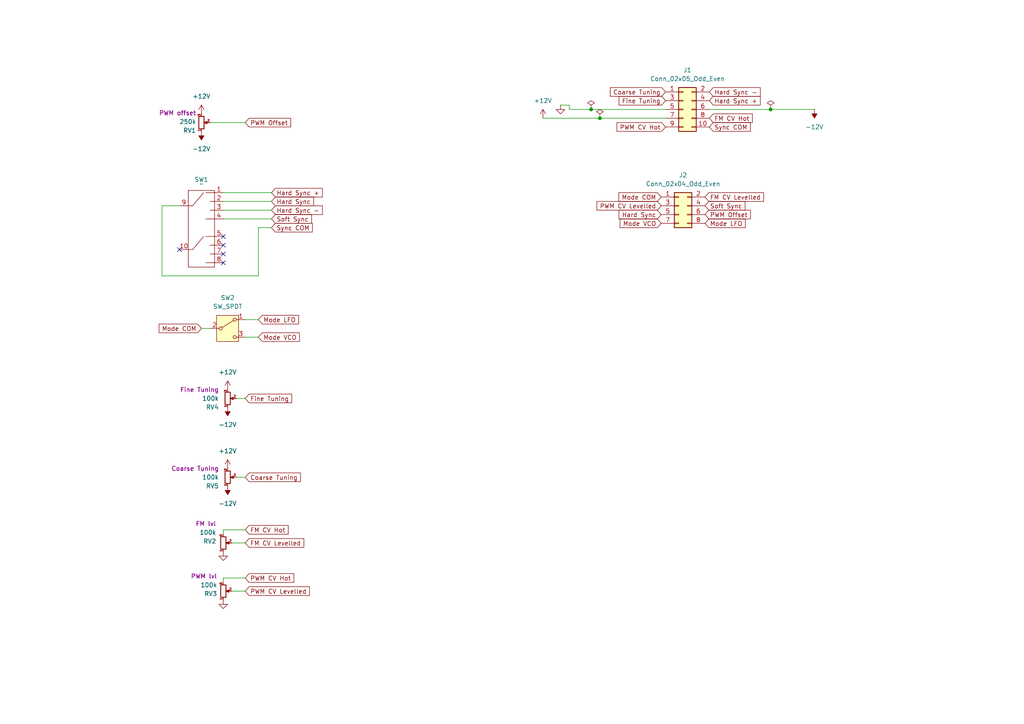
<source format=kicad_sch>
(kicad_sch (version 20250114) (generator "eeschema") (generator_version "9.0")
  (paper "A4")
  (lib_symbols
    (symbol "Connector_Generic:Conn_02x04_Odd_Even" (pin_names (offset 1.016) (hide yes))
      (property "Reference" "J" (at 1.27 5.08 0))
      (property "Value" "Conn_02x04_Odd_Even" (at 1.27 -7.62 0))
      (symbol "Conn_02x04_Odd_Even_1_1"
        (rectangle (start -1.27 3.81) (end 3.81 -6.35) (stroke (width 0.254)) (fill (type background)))
        (rectangle (start -1.27 2.667) (end 0 2.413) (stroke (width 0.1524)))
        (rectangle (start -1.27 0.127) (end 0 -0.127) (stroke (width 0.1524)))
        (rectangle (start -1.27 -2.413) (end 0 -2.667) (stroke (width 0.1524)))
        (rectangle (start -1.27 -4.953) (end 0 -5.207) (stroke (width 0.1524)))
        (rectangle (start 3.81 2.667) (end 2.54 2.413) (stroke (width 0.1524)))
        (rectangle (start 3.81 0.127) (end 2.54 -0.127) (stroke (width 0.1524)))
        (rectangle (start 3.81 -2.413) (end 2.54 -2.667) (stroke (width 0.1524)))
        (rectangle (start 3.81 -4.953) (end 2.54 -5.207) (stroke (width 0.1524)))
        (pin passive line (at -5.08 2.54 0) (length 3.81) (name "Pin_1") (number "1"))
        (pin passive line (at -5.08 0 0) (length 3.81) (name "Pin_3") (number "3"))
        (pin passive line (at -5.08 -2.54 0) (length 3.81) (name "Pin_5") (number "5"))
        (pin passive line (at -5.08 -5.08 0) (length 3.81) (name "Pin_7") (number "7"))
        (pin passive line (at 7.62 2.54 180) (length 3.81) (name "Pin_2") (number "2"))
        (pin passive line (at 7.62 0 180) (length 3.81) (name "Pin_4") (number "4"))
        (pin passive line (at 7.62 -2.54 180) (length 3.81) (name "Pin_6") (number "6"))
        (pin passive line (at 7.62 -5.08 180) (length 3.81) (name "Pin_8") (number "8"))
      )
    )
    (symbol "Connector_Generic:Conn_02x05_Odd_Even" (pin_names (offset 1.016) (hide yes))
      (property "Reference" "J" (at 1.27 7.62 0))
      (property "Value" "Conn_02x05_Odd_Even" (at 1.27 -7.62 0))
      (symbol "Conn_02x05_Odd_Even_1_1"
        (rectangle (start -1.27 6.35) (end 3.81 -6.35) (stroke (width 0.254)) (fill (type background)))
        (rectangle (start -1.27 5.207) (end 0 4.953) (stroke (width 0.1524)))
        (rectangle (start -1.27 2.667) (end 0 2.413) (stroke (width 0.1524)))
        (rectangle (start -1.27 0.127) (end 0 -0.127) (stroke (width 0.1524)))
        (rectangle (start -1.27 -2.413) (end 0 -2.667) (stroke (width 0.1524)))
        (rectangle (start -1.27 -4.953) (end 0 -5.207) (stroke (width 0.1524)))
        (rectangle (start 3.81 5.207) (end 2.54 4.953) (stroke (width 0.1524)))
        (rectangle (start 3.81 2.667) (end 2.54 2.413) (stroke (width 0.1524)))
        (rectangle (start 3.81 0.127) (end 2.54 -0.127) (stroke (width 0.1524)))
        (rectangle (start 3.81 -2.413) (end 2.54 -2.667) (stroke (width 0.1524)))
        (rectangle (start 3.81 -4.953) (end 2.54 -5.207) (stroke (width 0.1524)))
        (pin passive line (at -5.08 5.08 0) (length 3.81) (name "Pin_1") (number "1"))
        (pin passive line (at -5.08 2.54 0) (length 3.81) (name "Pin_3") (number "3"))
        (pin passive line (at -5.08 0 0) (length 3.81) (name "Pin_5") (number "5"))
        (pin passive line (at -5.08 -2.54 0) (length 3.81) (name "Pin_7") (number "7"))
        (pin passive line (at -5.08 -5.08 0) (length 3.81) (name "Pin_9") (number "9"))
        (pin passive line (at 7.62 5.08 180) (length 3.81) (name "Pin_2") (number "2"))
        (pin passive line (at 7.62 2.54 180) (length 3.81) (name "Pin_4") (number "4"))
        (pin passive line (at 7.62 0 180) (length 3.81) (name "Pin_6") (number "6"))
        (pin passive line (at 7.62 -2.54 180) (length 3.81) (name "Pin_8") (number "8"))
        (pin passive line (at 7.62 -5.08 180) (length 3.81) (name "Pin_10") (number "10"))
      )
    )
    (symbol "Device:R_Potentiometer_Small" (pin_names (offset 1.016) (hide yes))
      (property "Reference" "RV" (at -4.445 0 90))
      (property "Value" "R_Potentiometer_Small" (at -2.54 0 90))
      (symbol "R_Potentiometer_Small_0_1"
        (rectangle (start 0.762 1.8034) (end -0.762 -1.8034) (stroke (width 0.254)))
        (polyline (pts (xy 0.889 0) (xy 0.635 0) (xy 1.651 0.381) (xy 1.651 -0.381) (xy 0.635 0) (xy 0.889 0)) (fill (type outline)))
      )
      (symbol "R_Potentiometer_Small_1_1"
        (pin passive line (at 0 2.54 270) (length 0.635) (name "1") (number "1"))
        (pin passive line (at 0 -2.54 90) (length 0.635) (name "3") (number "3"))
        (pin passive line (at 2.54 0 180) (length 0.9906) (name "2") (number "2"))
      )
    )
    (symbol "Switch:SW_SPDT" (pin_names (offset 0) (hide yes))
      (property "Reference" "SW" (at 0 5.08 0))
      (property "Value" "SW_SPDT" (at 0 -5.08 0))
      (symbol "SW_SPDT_0_1"
        (circle (center -2.032 0) (radius 0.4572))
        (polyline (pts (xy -1.651 0.254) (xy 1.651 2.286)))
        (circle (center 2.032 2.54) (radius 0.4572))
        (circle (center 2.032 -2.54) (radius 0.4572))
      )
      (symbol "SW_SPDT_1_1"
        (rectangle (start -3.175 3.81) (end 3.175 -3.81) (fill (type background)))
        (pin passive line (at -5.08 0 0) (length 2.54) (name "B") (number "2"))
        (pin passive line (at 5.08 2.54 180) (length 2.54) (name "A") (number "1"))
        (pin passive line (at 5.08 -2.54 180) (length 2.54) (name "C") (number "3"))
      )
    )
    (symbol "cynthia:mini_rotary_switch" (pin_names (offset 0))
      (property "Reference" "SW" (at 0 -4.318 0))
      (symbol "mini_rotary_switch_0_1"
        (rectangle (start -3.81 6.985) (end 3.81 -15.24))
        (polyline (pts (xy -3.81 2.54) (xy -2.54 2.54)))
        (polyline (pts (xy -3.81 -10.16) (xy -2.54 -10.16)))
        (polyline (pts (xy -2.54 2.54) (xy 0.635 6.35)))
        (polyline (pts (xy -2.54 -10.16) (xy 0.635 -6.35)))
        (polyline (pts (xy 3.81 6.35) (xy 1.27 6.35)))
        (polyline (pts (xy 3.81 3.81) (xy 2.54 3.81)))
        (polyline (pts (xy 3.81 1.27) (xy 2.54 1.27)))
        (polyline (pts (xy 3.81 -1.27) (xy 1.27 -1.27)))
        (polyline (pts (xy 3.81 -6.35) (xy 1.27 -6.35)))
        (polyline (pts (xy 3.81 -8.89) (xy 2.54 -8.89)))
        (polyline (pts (xy 3.81 -11.43) (xy 2.54 -11.43)))
        (polyline (pts (xy 3.81 -13.97) (xy 1.27 -13.97)))
      )
      (symbol "mini_rotary_switch_1_1"
        (pin input line (at -6.35 2.54 0) (length 2.54) (name "") (number "9"))
        (pin input line (at -6.35 -10.16 0) (length 2.54) (name "") (number "10"))
        (pin output line (at 6.35 6.35 180) (length 2.54) (name "") (number "1"))
        (pin output line (at 6.35 3.81 180) (length 2.54) (name "") (number "2"))
        (pin output line (at 6.35 1.27 180) (length 2.54) (name "") (number "3"))
        (pin output line (at 6.35 -1.27 180) (length 2.54) (name "") (number "4"))
        (pin output line (at 6.35 -6.35 180) (length 2.54) (name "") (number "5"))
        (pin output line (at 6.35 -8.89 180) (length 2.54) (name "") (number "6"))
        (pin output line (at 6.35 -11.43 180) (length 2.54) (name "") (number "7"))
        (pin output line (at 6.35 -13.97 180) (length 2.54) (name "") (number "8"))
      )
    )
    (symbol "power:+12V" (power) (pin_numbers (hide yes)) (pin_names (offset 0) (hide yes))
      (property "Value" "+12V" (at 0 3.556 0))
      (symbol "+12V_0_1"
        (polyline (pts (xy -0.762 1.27) (xy 0 2.54)))
        (polyline (pts (xy 0 2.54) (xy 0.762 1.27)))
        (polyline (pts (xy 0 0) (xy 0 2.54)))
      )
      (symbol "+12V_1_1"
        (pin power_in line (at 0 0 90) (length 0) (name "~") (number "1"))
      )
    )
    (symbol "power:-12V" (power) (pin_numbers (hide yes)) (pin_names (offset 0) (hide yes))
      (property "Value" "-12V" (at 0 3.556 0))
      (symbol "-12V_0_0"
        (pin power_in line (at 0 0 90) (length 0) (name "~") (number "1"))
      )
      (symbol "-12V_0_1"
        (polyline (pts (xy 0 0) (xy 0 1.27) (xy 0.762 1.27) (xy 0 2.54) (xy -0.762 1.27) (xy 0 1.27)) (fill (type outline)))
      )
    )
    (symbol "power:GND" (power) (pin_numbers (hide yes)) (pin_names (offset 0) (hide yes))
      (property "Value" "GND" (at 0 -3.81 0))
      (symbol "GND_0_1"
        (polyline (pts (xy 0 0) (xy 0 -1.27) (xy 1.27 -1.27) (xy 0 -2.54) (xy -1.27 -1.27) (xy 0 -1.27)))
      )
      (symbol "GND_1_1"
        (pin power_in line (at 0 0 270) (length 0) (name "~") (number "1"))
      )
    )
    (symbol "power:PWR_FLAG" (power) (pin_numbers (hide yes)) (pin_names (offset 0) (hide yes))
      (property "Value" "PWR_FLAG" (at 0 3.81 0))
      (symbol "PWR_FLAG_0_0"
        (pin power_out line (at 0 0 90) (length 0) (name "~") (number "1"))
      )
      (symbol "PWR_FLAG_0_1"
        (polyline (pts (xy 0 0) (xy 0 1.27) (xy -1.016 1.905) (xy 0 2.54) (xy 1.016 1.905) (xy 0 1.27)))
      )
    )
  )
  (junction (at 171.45 31.75))
  (junction (at 223.52 31.75))
  (junction (at 173.99 34.29))
  (no_connect (at 64.77 76.2))
  (no_connect (at 64.77 73.66))
  (no_connect (at 64.77 71.12))
  (no_connect (at 64.77 68.58))
  (no_connect (at 52.07 72.39))
  (wire (pts (xy 46.99 59.69) (xy 52.07 59.69)))
  (wire (pts (xy 64.77 153.67) (xy 71.12 153.67)))
  (wire (pts (xy 165.1 31.75) (xy 171.45 31.75)))
  (wire (pts (xy 60.96 35.56) (xy 71.12 35.56)))
  (wire (pts (xy 205.74 31.75) (xy 223.52 31.75)))
  (wire (pts (xy 74.93 80.01) (xy 46.99 80.01)))
  (wire (pts (xy 74.93 66.04) (xy 74.93 80.01)))
  (wire (pts (xy 193.04 31.75) (xy 171.45 31.75)))
  (wire (pts (xy 64.77 167.64) (xy 64.77 168.91)))
  (wire (pts (xy 74.93 97.79) (xy 71.12 97.79)))
  (wire (pts (xy 67.31 171.45) (xy 71.12 171.45)))
  (wire (pts (xy 157.48 34.29) (xy 173.99 34.29)))
  (wire (pts (xy 64.77 63.5) (xy 78.74 63.5)))
  (wire (pts (xy 165.1 30.48) (xy 162.56 30.48)))
  (wire (pts (xy 68.58 138.43) (xy 71.12 138.43)))
  (wire (pts (xy 64.77 60.96) (xy 78.74 60.96)))
  (wire (pts (xy 67.31 157.48) (xy 71.12 157.48)))
  (wire (pts (xy 64.77 153.67) (xy 64.77 154.94)))
  (wire (pts (xy 64.77 58.42) (xy 78.74 58.42)))
  (wire (pts (xy 46.99 80.01) (xy 46.99 59.69)))
  (wire (pts (xy 74.93 66.04) (xy 78.74 66.04)))
  (wire (pts (xy 223.52 31.75) (xy 236.22 31.75)))
  (wire (pts (xy 193.04 34.29) (xy 173.99 34.29)))
  (wire (pts (xy 64.77 55.88) (xy 78.74 55.88)))
  (wire (pts (xy 165.1 30.48) (xy 165.1 31.75)))
  (wire (pts (xy 68.58 115.57) (xy 71.12 115.57)))
  (wire (pts (xy 64.77 167.64) (xy 71.12 167.64)))
  (wire (pts (xy 60.96 95.25) (xy 58.42 95.25)))
  (wire (pts (xy 74.93 92.71) (xy 71.12 92.71)))
  (global_label "Coarse Tuning" (shape input) (at 71.12 138.43 0) (property "Intersheetrefs" "${INTERSHEET_REFS}" (effects (hide yes))))
  (global_label "Mode VCO" (shape input) (at 191.77 64.77 180) (property "Intersheetrefs" "${INTERSHEET_REFS}" (effects (hide yes))))
  (global_label "Hard Sync" (shape input) (at 78.74 58.42 0) (property "Intersheetrefs" "${INTERSHEET_REFS}" (effects (hide yes))))
  (global_label "PWM CV Hot" (shape input) (at 193.04 36.83 180) (property "Intersheetrefs" "${INTERSHEET_REFS}" (effects (hide yes))))
  (global_label "PWM CV Levelled" (shape input) (at 191.77 59.69 180) (property "Intersheetrefs" "${INTERSHEET_REFS}" (effects (hide yes))))
  (global_label "PWM CV Hot" (shape input) (at 71.12 167.64 0) (property "Intersheetrefs" "${INTERSHEET_REFS}" (effects (hide yes))))
  (global_label "Mode COM" (shape input) (at 58.42 95.25 180) (property "Intersheetrefs" "${INTERSHEET_REFS}" (effects (hide yes))))
  (global_label "Fine Tuning" (shape input) (at 193.04 29.21 180) (property "Intersheetrefs" "${INTERSHEET_REFS}" (effects (hide yes))))
  (global_label "FM CV Hot" (shape input) (at 205.74 34.29 0) (property "Intersheetrefs" "${INTERSHEET_REFS}" (effects (hide yes))))
  (global_label "FM CV Levelled" (shape input) (at 204.47 57.15 0) (property "Intersheetrefs" "${INTERSHEET_REFS}" (effects (hide yes))))
  (global_label "PWM Offset" (shape input) (at 204.47 62.23 0) (property "Intersheetrefs" "${INTERSHEET_REFS}" (effects (hide yes))))
  (global_label "Sync COM" (shape input) (at 205.74 36.83 0) (property "Intersheetrefs" "${INTERSHEET_REFS}" (effects (hide yes))))
  (global_label "Hard Sync -" (shape input) (at 205.74 26.67 0) (property "Intersheetrefs" "${INTERSHEET_REFS}" (effects (hide yes))))
  (global_label "Hard Sync -" (shape input) (at 78.74 60.96 0) (property "Intersheetrefs" "${INTERSHEET_REFS}" (effects (hide yes))))
  (global_label "Sync COM" (shape input) (at 78.74 66.04 0) (property "Intersheetrefs" "${INTERSHEET_REFS}" (effects (hide yes))))
  (global_label "FM CV Levelled" (shape input) (at 71.12 157.48 0) (property "Intersheetrefs" "${INTERSHEET_REFS}" (effects (hide yes))))
  (global_label "FM CV Hot" (shape input) (at 71.12 153.67 0) (property "Intersheetrefs" "${INTERSHEET_REFS}" (effects (hide yes))))
  (global_label "PWM CV Levelled" (shape input) (at 71.12 171.45 0) (property "Intersheetrefs" "${INTERSHEET_REFS}" (effects (hide yes))))
  (global_label "Mode VCO" (shape input) (at 74.93 97.79 0) (property "Intersheetrefs" "${INTERSHEET_REFS}" (effects (hide yes))))
  (global_label "Mode LFO" (shape input) (at 74.93 92.71 0) (property "Intersheetrefs" "${INTERSHEET_REFS}" (effects (hide yes))))
  (global_label "Hard Sync" (shape input) (at 191.77 62.23 180) (property "Intersheetrefs" "${INTERSHEET_REFS}" (effects (hide yes))))
  (global_label "Coarse Tuning" (shape input) (at 193.04 26.67 180) (property "Intersheetrefs" "${INTERSHEET_REFS}" (effects (hide yes))))
  (global_label "Hard Sync +" (shape input) (at 205.74 29.21 0) (property "Intersheetrefs" "${INTERSHEET_REFS}" (effects (hide yes))))
  (global_label "Mode LFO" (shape input) (at 204.47 64.77 0) (property "Intersheetrefs" "${INTERSHEET_REFS}" (effects (hide yes))))
  (global_label "PWM Offset" (shape input) (at 71.12 35.56 0) (property "Intersheetrefs" "${INTERSHEET_REFS}" (effects (hide yes))))
  (global_label "Mode COM" (shape input) (at 191.77 57.15 180) (property "Intersheetrefs" "${INTERSHEET_REFS}" (effects (hide yes))))
  (global_label "Soft Sync" (shape input) (at 78.74 63.5 0) (property "Intersheetrefs" "${INTERSHEET_REFS}" (effects (hide yes))))
  (global_label "Hard Sync +" (shape input) (at 78.74 55.88 0) (property "Intersheetrefs" "${INTERSHEET_REFS}" (effects (hide yes))))
  (global_label "Soft Sync" (shape input) (at 204.47 59.69 0) (property "Intersheetrefs" "${INTERSHEET_REFS}" (effects (hide yes))))
  (global_label "Fine Tuning" (shape input) (at 71.12 115.57 0) (property "Intersheetrefs" "${INTERSHEET_REFS}" (effects (hide yes))))
  (symbol (lib_id "cynthia:mini_rotary_switch") (at 58.42 62.23 0) (unit 1)
    (property "Reference" "SW1" (at 58.42 52.07 0))
    (property "Value" "~" (at 58.42 53.34 0))
    (property "Footprint" "cynthia:mini rotary switch" (effects (hide yes)))
  )
  (symbol (lib_id "Connector_Generic:Conn_02x04_Odd_Even") (at 196.85 59.69 0) (unit 1)
    (property "Reference" "J2" (at 198.12 50.8 0))
    (property "Value" "Conn_02x04_Odd_Even" (at 198.12 53.34 0))
    (property "Footprint" "Connector_PinHeader_2.54mm:PinHeader_2x04_P2.54mm_Vertical" (effects (hide yes)))
    (property "Description" "Header 2" (effects (hide yes)))
  )
  (symbol (lib_id "power:GND") (at 64.77 160.02 0) (unit 1)
    (property "Reference" "#PWR03" (effects (hide yes)))
    (property "Value" "GND" (effects (hide yes)))
    (property "Description" "Power symbol creates a global label with name \"GND\" , ground" (effects (hide yes)))
  )
  (symbol (lib_id "power:PWR_FLAG") (at 171.45 31.75 0) (unit 1)
    (property "Reference" "#FLG02" (effects (hide yes)))
    (property "Value" "PWR_FLAG" (effects (hide yes)))
    (property "Description" "Special symbol for telling ERC where power comes from" (effects (hide yes)))
  )
  (symbol (lib_id "power:GND") (at 162.56 30.48 0) (mirror y) (unit 1)
    (property "Reference" "#PWR010" (effects (hide yes)))
    (property "Value" "GND" (effects (hide yes)))
    (property "Description" "Power symbol creates a global label with name \"GND\" , ground" (effects (hide yes)))
  )
  (symbol (lib_id "power:-12V") (at 66.04 118.11 180) (unit 1)
    (property "Reference" "#PWR06" (effects (hide yes)))
    (property "Value" "-12V" (at 66.04 123.19 0))
    (property "Description" "Power symbol creates a global label with name \"-12V\"" (effects (hide yes)))
  )
  (symbol (lib_id "Device:R_Potentiometer_Small") (at 64.77 157.48 0) (mirror x) (unit 1)
    (property "Reference" "RV2" (at 62.738 156.972 0) (effects (justify right)))
    (property "Value" "100k" (at 62.738 154.432 0) (effects (justify right)))
    (property "Footprint" "Potentiometer_THT:Potentiometer_Alpha_RD901F-40-00D_Single_Vertical_CircularHoles" (effects (hide yes)))
    (property "Description" "FM lvl" (at 62.738 151.892 0) (effects (justify right)))
  )
  (symbol (lib_id "power:+12V") (at 157.48 34.29 0) (mirror y) (unit 1)
    (property "Reference" "#PWR09" (effects (hide yes)))
    (property "Value" "+12V" (at 157.48 29.21 0))
    (property "Description" "Power symbol creates a global label with name \"+12V\"" (effects (hide yes)))
  )
  (symbol (lib_id "Device:R_Potentiometer_Small") (at 66.04 138.43 0) (mirror x) (unit 1)
    (property "Reference" "RV5" (at 63.5 140.9701 0) (effects (justify right)))
    (property "Value" "100k" (at 63.5 138.4301 0) (effects (justify right)))
    (property "Footprint" "Potentiometer_THT:Potentiometer_Alpha_RD901F-40-00D_Single_Vertical_CircularHoles" (effects (hide yes)))
    (property "Description" "Coarse Tuning" (at 63.5 135.8901 0) (effects (justify right)))
  )
  (symbol (lib_id "Switch:SW_SPDT") (at 66.04 95.25 0) (unit 1)
    (property "Reference" "SW2" (at 66.04 86.36 0))
    (property "Value" "SW_SPDT" (at 66.04 88.9 0))
    (property "Footprint" "cynthia:mini switch" (effects (hide yes)))
    (property "Description" "Mode Select" (effects (hide yes)))
  )
  (symbol (lib_id "power:PWR_FLAG") (at 223.52 31.75 0) (mirror y) (unit 1)
    (property "Reference" "#FLG03" (effects (hide yes)))
    (property "Value" "PWR_FLAG" (effects (hide yes)))
    (property "Description" "Special symbol for telling ERC where power comes from" (effects (hide yes)))
  )
  (symbol (lib_id "power:+12V") (at 66.04 113.03 0) (unit 1)
    (property "Reference" "#PWR05" (effects (hide yes)))
    (property "Value" "+12V" (at 66.04 107.95 0))
    (property "Description" "Power symbol creates a global label with name \"+12V\"" (effects (hide yes)))
  )
  (symbol (lib_id "power:-12V") (at 66.04 140.97 180) (unit 1)
    (property "Reference" "#PWR08" (effects (hide yes)))
    (property "Value" "-12V" (at 66.04 146.05 0))
    (property "Description" "Power symbol creates a global label with name \"-12V\"" (effects (hide yes)))
  )
  (symbol (lib_id "power:+12V") (at 58.42 33.02 0) (unit 1)
    (property "Reference" "#PWR01" (effects (hide yes)))
    (property "Value" "+12V" (at 58.42 27.94 0))
    (property "Description" "Power symbol creates a global label with name \"+12V\"" (effects (hide yes)))
  )
  (symbol (lib_id "Device:R_Potentiometer_Small") (at 64.77 171.45 0) (mirror x) (unit 1)
    (property "Reference" "RV3" (at 62.992 172.212 0) (effects (justify right)))
    (property "Value" "100k" (at 62.992 169.672 0) (effects (justify right)))
    (property "Footprint" "Potentiometer_THT:Potentiometer_Alpha_RD901F-40-00D_Single_Vertical_CircularHoles" (effects (hide yes)))
    (property "Description" "PWM lvl" (at 62.992 167.132 0) (effects (justify right)))
  )
  (symbol (lib_id "Device:R_Potentiometer_Small") (at 66.04 115.57 0) (mirror x) (unit 1)
    (property "Reference" "RV4" (at 63.5 118.1101 0) (effects (justify right)))
    (property "Value" "100k" (at 63.5 115.5701 0) (effects (justify right)))
    (property "Footprint" "Potentiometer_THT:Potentiometer_Alpha_RD901F-40-00D_Single_Vertical_CircularHoles" (effects (hide yes)))
    (property "Description" "Fine Tuning" (at 63.5 113.0301 0) (effects (justify right)))
  )
  (symbol (lib_id "Device:R_Potentiometer_Small") (at 58.42 35.56 0) (mirror x) (unit 1)
    (property "Reference" "RV1" (at 56.896 37.846 0) (effects (justify right)))
    (property "Value" "250k" (at 56.896 35.306 0) (effects (justify right)))
    (property "Footprint" "Potentiometer_THT:Potentiometer_Alpha_RD901F-40-00D_Single_Vertical_CircularHoles" (effects (hide yes)))
    (property "Description" "PWM offset" (at 56.896 32.766 0) (effects (justify right)))
  )
  (symbol (lib_id "power:-12V") (at 58.42 38.1 180) (unit 1)
    (property "Reference" "#PWR02" (effects (hide yes)))
    (property "Value" "-12V" (at 58.42 43.18 0))
    (property "Description" "Power symbol creates a global label with name \"-12V\"" (effects (hide yes)))
  )
  (symbol (lib_id "power:GND") (at 64.77 173.99 0) (unit 1)
    (property "Reference" "#PWR04" (effects (hide yes)))
    (property "Value" "GND" (effects (hide yes)))
    (property "Description" "Power symbol creates a global label with name \"GND\" , ground" (effects (hide yes)))
  )
  (symbol (lib_id "Connector_Generic:Conn_02x05_Odd_Even") (at 198.12 31.75 0) (unit 1)
    (property "Reference" "J1" (at 199.39 20.32 0))
    (property "Value" "Conn_02x05_Odd_Even" (at 199.39 22.86 0))
    (property "Footprint" "Connector_PinHeader_2.54mm:PinHeader_2x05_P2.54mm_Vertical" (effects (hide yes)))
    (property "Description" "Header 1" (effects (hide yes)))
  )
  (symbol (lib_id "power:+12V") (at 66.04 135.89 0) (unit 1)
    (property "Reference" "#PWR07" (effects (hide yes)))
    (property "Value" "+12V" (at 66.04 130.81 0))
    (property "Description" "Power symbol creates a global label with name \"+12V\"" (effects (hide yes)))
  )
  (symbol (lib_id "power:PWR_FLAG") (at 173.99 34.29 0) (unit 1)
    (property "Reference" "#FLG01" (effects (hide yes)))
    (property "Value" "PWR_FLAG" (effects (hide yes)))
    (property "Description" "Special symbol for telling ERC where power comes from" (effects (hide yes)))
  )
  (symbol (lib_id "power:-12V") (at 236.22 31.75 0) (mirror x) (unit 1)
    (property "Reference" "#PWR011" (effects (hide yes)))
    (property "Value" "-12V" (at 236.22 36.83 0))
    (property "Description" "Power symbol creates a global label with name \"-12V\"" (effects (hide yes)))
  )
)
</source>
